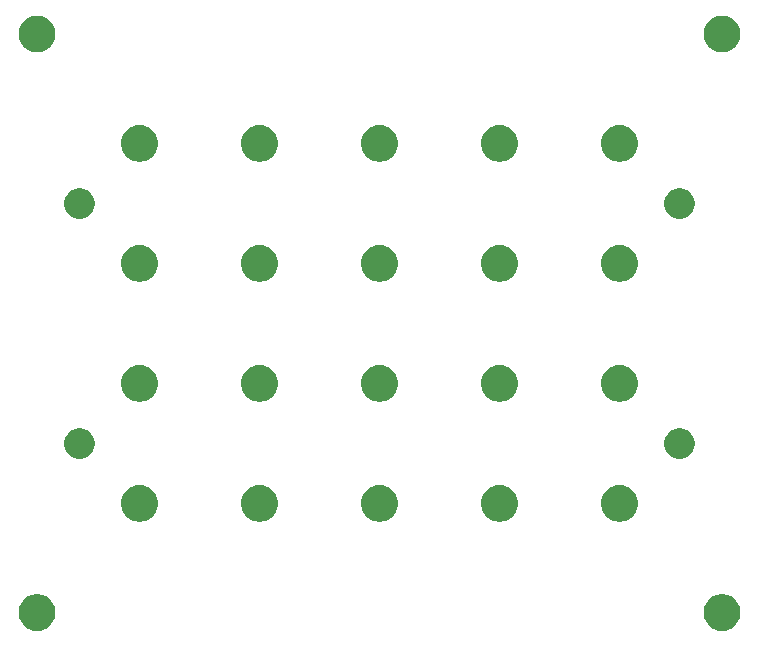
<source format=gbr>
G04 #@! TF.GenerationSoftware,KiCad,Pcbnew,5.1.5-52549c5~86~ubuntu18.04.1*
G04 #@! TF.CreationDate,2020-08-28T16:47:41-05:00*
G04 #@! TF.ProjectId,A04,4130342e-6b69-4636-9164-5f7063625858,rev?*
G04 #@! TF.SameCoordinates,Original*
G04 #@! TF.FileFunction,Soldermask,Top*
G04 #@! TF.FilePolarity,Negative*
%FSLAX46Y46*%
G04 Gerber Fmt 4.6, Leading zero omitted, Abs format (unit mm)*
G04 Created by KiCad (PCBNEW 5.1.5-52549c5~86~ubuntu18.04.1) date 2020-08-28 16:47:41*
%MOMM*%
%LPD*%
G04 APERTURE LIST*
%ADD10C,0.100000*%
G04 APERTURE END LIST*
D10*
G36*
X83592585Y-72188802D02*
G01*
X83742410Y-72218604D01*
X84024674Y-72335521D01*
X84278705Y-72505259D01*
X84494741Y-72721295D01*
X84664479Y-72975326D01*
X84781396Y-73257590D01*
X84841000Y-73557240D01*
X84841000Y-73862760D01*
X84781396Y-74162410D01*
X84664479Y-74444674D01*
X84494741Y-74698705D01*
X84278705Y-74914741D01*
X84024674Y-75084479D01*
X83742410Y-75201396D01*
X83592585Y-75231198D01*
X83442761Y-75261000D01*
X83137239Y-75261000D01*
X82987415Y-75231198D01*
X82837590Y-75201396D01*
X82555326Y-75084479D01*
X82301295Y-74914741D01*
X82085259Y-74698705D01*
X81915521Y-74444674D01*
X81798604Y-74162410D01*
X81739000Y-73862760D01*
X81739000Y-73557240D01*
X81798604Y-73257590D01*
X81915521Y-72975326D01*
X82085259Y-72721295D01*
X82301295Y-72505259D01*
X82555326Y-72335521D01*
X82837590Y-72218604D01*
X82987415Y-72188802D01*
X83137239Y-72159000D01*
X83442761Y-72159000D01*
X83592585Y-72188802D01*
G37*
G36*
X25592585Y-72188802D02*
G01*
X25742410Y-72218604D01*
X26024674Y-72335521D01*
X26278705Y-72505259D01*
X26494741Y-72721295D01*
X26664479Y-72975326D01*
X26781396Y-73257590D01*
X26841000Y-73557240D01*
X26841000Y-73862760D01*
X26781396Y-74162410D01*
X26664479Y-74444674D01*
X26494741Y-74698705D01*
X26278705Y-74914741D01*
X26024674Y-75084479D01*
X25742410Y-75201396D01*
X25592585Y-75231198D01*
X25442761Y-75261000D01*
X25137239Y-75261000D01*
X24987415Y-75231198D01*
X24837590Y-75201396D01*
X24555326Y-75084479D01*
X24301295Y-74914741D01*
X24085259Y-74698705D01*
X23915521Y-74444674D01*
X23798604Y-74162410D01*
X23739000Y-73862760D01*
X23739000Y-73557240D01*
X23798604Y-73257590D01*
X23915521Y-72975326D01*
X24085259Y-72721295D01*
X24301295Y-72505259D01*
X24555326Y-72335521D01*
X24837590Y-72218604D01*
X24987415Y-72188802D01*
X25137239Y-72159000D01*
X25442761Y-72159000D01*
X25592585Y-72188802D01*
G37*
G36*
X74912585Y-62928802D02*
G01*
X75062410Y-62958604D01*
X75344674Y-63075521D01*
X75598705Y-63245259D01*
X75814741Y-63461295D01*
X75984479Y-63715326D01*
X76101396Y-63997590D01*
X76161000Y-64297240D01*
X76161000Y-64602760D01*
X76101396Y-64902410D01*
X75984479Y-65184674D01*
X75814741Y-65438705D01*
X75598705Y-65654741D01*
X75344674Y-65824479D01*
X75062410Y-65941396D01*
X74912585Y-65971198D01*
X74762761Y-66001000D01*
X74457239Y-66001000D01*
X74307415Y-65971198D01*
X74157590Y-65941396D01*
X73875326Y-65824479D01*
X73621295Y-65654741D01*
X73405259Y-65438705D01*
X73235521Y-65184674D01*
X73118604Y-64902410D01*
X73059000Y-64602760D01*
X73059000Y-64297240D01*
X73118604Y-63997590D01*
X73235521Y-63715326D01*
X73405259Y-63461295D01*
X73621295Y-63245259D01*
X73875326Y-63075521D01*
X74157590Y-62958604D01*
X74307415Y-62928802D01*
X74457239Y-62899000D01*
X74762761Y-62899000D01*
X74912585Y-62928802D01*
G37*
G36*
X64752585Y-62928802D02*
G01*
X64902410Y-62958604D01*
X65184674Y-63075521D01*
X65438705Y-63245259D01*
X65654741Y-63461295D01*
X65824479Y-63715326D01*
X65941396Y-63997590D01*
X66001000Y-64297240D01*
X66001000Y-64602760D01*
X65941396Y-64902410D01*
X65824479Y-65184674D01*
X65654741Y-65438705D01*
X65438705Y-65654741D01*
X65184674Y-65824479D01*
X64902410Y-65941396D01*
X64752585Y-65971198D01*
X64602761Y-66001000D01*
X64297239Y-66001000D01*
X64147415Y-65971198D01*
X63997590Y-65941396D01*
X63715326Y-65824479D01*
X63461295Y-65654741D01*
X63245259Y-65438705D01*
X63075521Y-65184674D01*
X62958604Y-64902410D01*
X62899000Y-64602760D01*
X62899000Y-64297240D01*
X62958604Y-63997590D01*
X63075521Y-63715326D01*
X63245259Y-63461295D01*
X63461295Y-63245259D01*
X63715326Y-63075521D01*
X63997590Y-62958604D01*
X64147415Y-62928802D01*
X64297239Y-62899000D01*
X64602761Y-62899000D01*
X64752585Y-62928802D01*
G37*
G36*
X54592585Y-62928802D02*
G01*
X54742410Y-62958604D01*
X55024674Y-63075521D01*
X55278705Y-63245259D01*
X55494741Y-63461295D01*
X55664479Y-63715326D01*
X55781396Y-63997590D01*
X55841000Y-64297240D01*
X55841000Y-64602760D01*
X55781396Y-64902410D01*
X55664479Y-65184674D01*
X55494741Y-65438705D01*
X55278705Y-65654741D01*
X55024674Y-65824479D01*
X54742410Y-65941396D01*
X54592585Y-65971198D01*
X54442761Y-66001000D01*
X54137239Y-66001000D01*
X53987415Y-65971198D01*
X53837590Y-65941396D01*
X53555326Y-65824479D01*
X53301295Y-65654741D01*
X53085259Y-65438705D01*
X52915521Y-65184674D01*
X52798604Y-64902410D01*
X52739000Y-64602760D01*
X52739000Y-64297240D01*
X52798604Y-63997590D01*
X52915521Y-63715326D01*
X53085259Y-63461295D01*
X53301295Y-63245259D01*
X53555326Y-63075521D01*
X53837590Y-62958604D01*
X53987415Y-62928802D01*
X54137239Y-62899000D01*
X54442761Y-62899000D01*
X54592585Y-62928802D01*
G37*
G36*
X44432585Y-62928802D02*
G01*
X44582410Y-62958604D01*
X44864674Y-63075521D01*
X45118705Y-63245259D01*
X45334741Y-63461295D01*
X45504479Y-63715326D01*
X45621396Y-63997590D01*
X45681000Y-64297240D01*
X45681000Y-64602760D01*
X45621396Y-64902410D01*
X45504479Y-65184674D01*
X45334741Y-65438705D01*
X45118705Y-65654741D01*
X44864674Y-65824479D01*
X44582410Y-65941396D01*
X44432585Y-65971198D01*
X44282761Y-66001000D01*
X43977239Y-66001000D01*
X43827415Y-65971198D01*
X43677590Y-65941396D01*
X43395326Y-65824479D01*
X43141295Y-65654741D01*
X42925259Y-65438705D01*
X42755521Y-65184674D01*
X42638604Y-64902410D01*
X42579000Y-64602760D01*
X42579000Y-64297240D01*
X42638604Y-63997590D01*
X42755521Y-63715326D01*
X42925259Y-63461295D01*
X43141295Y-63245259D01*
X43395326Y-63075521D01*
X43677590Y-62958604D01*
X43827415Y-62928802D01*
X43977239Y-62899000D01*
X44282761Y-62899000D01*
X44432585Y-62928802D01*
G37*
G36*
X34272585Y-62928802D02*
G01*
X34422410Y-62958604D01*
X34704674Y-63075521D01*
X34958705Y-63245259D01*
X35174741Y-63461295D01*
X35344479Y-63715326D01*
X35461396Y-63997590D01*
X35521000Y-64297240D01*
X35521000Y-64602760D01*
X35461396Y-64902410D01*
X35344479Y-65184674D01*
X35174741Y-65438705D01*
X34958705Y-65654741D01*
X34704674Y-65824479D01*
X34422410Y-65941396D01*
X34272585Y-65971198D01*
X34122761Y-66001000D01*
X33817239Y-66001000D01*
X33667415Y-65971198D01*
X33517590Y-65941396D01*
X33235326Y-65824479D01*
X32981295Y-65654741D01*
X32765259Y-65438705D01*
X32595521Y-65184674D01*
X32478604Y-64902410D01*
X32419000Y-64602760D01*
X32419000Y-64297240D01*
X32478604Y-63997590D01*
X32595521Y-63715326D01*
X32765259Y-63461295D01*
X32981295Y-63245259D01*
X33235326Y-63075521D01*
X33517590Y-62958604D01*
X33667415Y-62928802D01*
X33817239Y-62899000D01*
X34122761Y-62899000D01*
X34272585Y-62928802D01*
G37*
G36*
X29269393Y-58119304D02*
G01*
X29506101Y-58217352D01*
X29506103Y-58217353D01*
X29719135Y-58359696D01*
X29900304Y-58540865D01*
X30042647Y-58753897D01*
X30042648Y-58753899D01*
X30140696Y-58990607D01*
X30190680Y-59241893D01*
X30190680Y-59498107D01*
X30140696Y-59749393D01*
X30042648Y-59986101D01*
X30042647Y-59986103D01*
X29900304Y-60199135D01*
X29719135Y-60380304D01*
X29506103Y-60522647D01*
X29506102Y-60522648D01*
X29506101Y-60522648D01*
X29269393Y-60620696D01*
X29018107Y-60670680D01*
X28761893Y-60670680D01*
X28510607Y-60620696D01*
X28273899Y-60522648D01*
X28273898Y-60522648D01*
X28273897Y-60522647D01*
X28060865Y-60380304D01*
X27879696Y-60199135D01*
X27737353Y-59986103D01*
X27737352Y-59986101D01*
X27639304Y-59749393D01*
X27589320Y-59498107D01*
X27589320Y-59241893D01*
X27639304Y-58990607D01*
X27737352Y-58753899D01*
X27737353Y-58753897D01*
X27879696Y-58540865D01*
X28060865Y-58359696D01*
X28273897Y-58217353D01*
X28273899Y-58217352D01*
X28510607Y-58119304D01*
X28761893Y-58069320D01*
X29018107Y-58069320D01*
X29269393Y-58119304D01*
G37*
G36*
X80069393Y-58119304D02*
G01*
X80306101Y-58217352D01*
X80306103Y-58217353D01*
X80519135Y-58359696D01*
X80700304Y-58540865D01*
X80842647Y-58753897D01*
X80842648Y-58753899D01*
X80940696Y-58990607D01*
X80990680Y-59241893D01*
X80990680Y-59498107D01*
X80940696Y-59749393D01*
X80842648Y-59986101D01*
X80842647Y-59986103D01*
X80700304Y-60199135D01*
X80519135Y-60380304D01*
X80306103Y-60522647D01*
X80306102Y-60522648D01*
X80306101Y-60522648D01*
X80069393Y-60620696D01*
X79818107Y-60670680D01*
X79561893Y-60670680D01*
X79310607Y-60620696D01*
X79073899Y-60522648D01*
X79073898Y-60522648D01*
X79073897Y-60522647D01*
X78860865Y-60380304D01*
X78679696Y-60199135D01*
X78537353Y-59986103D01*
X78537352Y-59986101D01*
X78439304Y-59749393D01*
X78389320Y-59498107D01*
X78389320Y-59241893D01*
X78439304Y-58990607D01*
X78537352Y-58753899D01*
X78537353Y-58753897D01*
X78679696Y-58540865D01*
X78860865Y-58359696D01*
X79073897Y-58217353D01*
X79073899Y-58217352D01*
X79310607Y-58119304D01*
X79561893Y-58069320D01*
X79818107Y-58069320D01*
X80069393Y-58119304D01*
G37*
G36*
X64752585Y-52768802D02*
G01*
X64902410Y-52798604D01*
X65184674Y-52915521D01*
X65438705Y-53085259D01*
X65654741Y-53301295D01*
X65824479Y-53555326D01*
X65941396Y-53837590D01*
X66001000Y-54137240D01*
X66001000Y-54442760D01*
X65941396Y-54742410D01*
X65824479Y-55024674D01*
X65654741Y-55278705D01*
X65438705Y-55494741D01*
X65184674Y-55664479D01*
X64902410Y-55781396D01*
X64752585Y-55811198D01*
X64602761Y-55841000D01*
X64297239Y-55841000D01*
X64147415Y-55811198D01*
X63997590Y-55781396D01*
X63715326Y-55664479D01*
X63461295Y-55494741D01*
X63245259Y-55278705D01*
X63075521Y-55024674D01*
X62958604Y-54742410D01*
X62899000Y-54442760D01*
X62899000Y-54137240D01*
X62958604Y-53837590D01*
X63075521Y-53555326D01*
X63245259Y-53301295D01*
X63461295Y-53085259D01*
X63715326Y-52915521D01*
X63997590Y-52798604D01*
X64147415Y-52768802D01*
X64297239Y-52739000D01*
X64602761Y-52739000D01*
X64752585Y-52768802D01*
G37*
G36*
X44432585Y-52768802D02*
G01*
X44582410Y-52798604D01*
X44864674Y-52915521D01*
X45118705Y-53085259D01*
X45334741Y-53301295D01*
X45504479Y-53555326D01*
X45621396Y-53837590D01*
X45681000Y-54137240D01*
X45681000Y-54442760D01*
X45621396Y-54742410D01*
X45504479Y-55024674D01*
X45334741Y-55278705D01*
X45118705Y-55494741D01*
X44864674Y-55664479D01*
X44582410Y-55781396D01*
X44432585Y-55811198D01*
X44282761Y-55841000D01*
X43977239Y-55841000D01*
X43827415Y-55811198D01*
X43677590Y-55781396D01*
X43395326Y-55664479D01*
X43141295Y-55494741D01*
X42925259Y-55278705D01*
X42755521Y-55024674D01*
X42638604Y-54742410D01*
X42579000Y-54442760D01*
X42579000Y-54137240D01*
X42638604Y-53837590D01*
X42755521Y-53555326D01*
X42925259Y-53301295D01*
X43141295Y-53085259D01*
X43395326Y-52915521D01*
X43677590Y-52798604D01*
X43827415Y-52768802D01*
X43977239Y-52739000D01*
X44282761Y-52739000D01*
X44432585Y-52768802D01*
G37*
G36*
X34272585Y-52768802D02*
G01*
X34422410Y-52798604D01*
X34704674Y-52915521D01*
X34958705Y-53085259D01*
X35174741Y-53301295D01*
X35344479Y-53555326D01*
X35461396Y-53837590D01*
X35521000Y-54137240D01*
X35521000Y-54442760D01*
X35461396Y-54742410D01*
X35344479Y-55024674D01*
X35174741Y-55278705D01*
X34958705Y-55494741D01*
X34704674Y-55664479D01*
X34422410Y-55781396D01*
X34272585Y-55811198D01*
X34122761Y-55841000D01*
X33817239Y-55841000D01*
X33667415Y-55811198D01*
X33517590Y-55781396D01*
X33235326Y-55664479D01*
X32981295Y-55494741D01*
X32765259Y-55278705D01*
X32595521Y-55024674D01*
X32478604Y-54742410D01*
X32419000Y-54442760D01*
X32419000Y-54137240D01*
X32478604Y-53837590D01*
X32595521Y-53555326D01*
X32765259Y-53301295D01*
X32981295Y-53085259D01*
X33235326Y-52915521D01*
X33517590Y-52798604D01*
X33667415Y-52768802D01*
X33817239Y-52739000D01*
X34122761Y-52739000D01*
X34272585Y-52768802D01*
G37*
G36*
X54592585Y-52768802D02*
G01*
X54742410Y-52798604D01*
X55024674Y-52915521D01*
X55278705Y-53085259D01*
X55494741Y-53301295D01*
X55664479Y-53555326D01*
X55781396Y-53837590D01*
X55841000Y-54137240D01*
X55841000Y-54442760D01*
X55781396Y-54742410D01*
X55664479Y-55024674D01*
X55494741Y-55278705D01*
X55278705Y-55494741D01*
X55024674Y-55664479D01*
X54742410Y-55781396D01*
X54592585Y-55811198D01*
X54442761Y-55841000D01*
X54137239Y-55841000D01*
X53987415Y-55811198D01*
X53837590Y-55781396D01*
X53555326Y-55664479D01*
X53301295Y-55494741D01*
X53085259Y-55278705D01*
X52915521Y-55024674D01*
X52798604Y-54742410D01*
X52739000Y-54442760D01*
X52739000Y-54137240D01*
X52798604Y-53837590D01*
X52915521Y-53555326D01*
X53085259Y-53301295D01*
X53301295Y-53085259D01*
X53555326Y-52915521D01*
X53837590Y-52798604D01*
X53987415Y-52768802D01*
X54137239Y-52739000D01*
X54442761Y-52739000D01*
X54592585Y-52768802D01*
G37*
G36*
X74912585Y-52768802D02*
G01*
X75062410Y-52798604D01*
X75344674Y-52915521D01*
X75598705Y-53085259D01*
X75814741Y-53301295D01*
X75984479Y-53555326D01*
X76101396Y-53837590D01*
X76161000Y-54137240D01*
X76161000Y-54442760D01*
X76101396Y-54742410D01*
X75984479Y-55024674D01*
X75814741Y-55278705D01*
X75598705Y-55494741D01*
X75344674Y-55664479D01*
X75062410Y-55781396D01*
X74912585Y-55811198D01*
X74762761Y-55841000D01*
X74457239Y-55841000D01*
X74307415Y-55811198D01*
X74157590Y-55781396D01*
X73875326Y-55664479D01*
X73621295Y-55494741D01*
X73405259Y-55278705D01*
X73235521Y-55024674D01*
X73118604Y-54742410D01*
X73059000Y-54442760D01*
X73059000Y-54137240D01*
X73118604Y-53837590D01*
X73235521Y-53555326D01*
X73405259Y-53301295D01*
X73621295Y-53085259D01*
X73875326Y-52915521D01*
X74157590Y-52798604D01*
X74307415Y-52768802D01*
X74457239Y-52739000D01*
X74762761Y-52739000D01*
X74912585Y-52768802D01*
G37*
G36*
X44432585Y-42608802D02*
G01*
X44582410Y-42638604D01*
X44864674Y-42755521D01*
X45118705Y-42925259D01*
X45334741Y-43141295D01*
X45504479Y-43395326D01*
X45621396Y-43677590D01*
X45681000Y-43977240D01*
X45681000Y-44282760D01*
X45621396Y-44582410D01*
X45504479Y-44864674D01*
X45334741Y-45118705D01*
X45118705Y-45334741D01*
X44864674Y-45504479D01*
X44582410Y-45621396D01*
X44432585Y-45651198D01*
X44282761Y-45681000D01*
X43977239Y-45681000D01*
X43827415Y-45651198D01*
X43677590Y-45621396D01*
X43395326Y-45504479D01*
X43141295Y-45334741D01*
X42925259Y-45118705D01*
X42755521Y-44864674D01*
X42638604Y-44582410D01*
X42579000Y-44282760D01*
X42579000Y-43977240D01*
X42638604Y-43677590D01*
X42755521Y-43395326D01*
X42925259Y-43141295D01*
X43141295Y-42925259D01*
X43395326Y-42755521D01*
X43677590Y-42638604D01*
X43827415Y-42608802D01*
X43977239Y-42579000D01*
X44282761Y-42579000D01*
X44432585Y-42608802D01*
G37*
G36*
X34272585Y-42608802D02*
G01*
X34422410Y-42638604D01*
X34704674Y-42755521D01*
X34958705Y-42925259D01*
X35174741Y-43141295D01*
X35344479Y-43395326D01*
X35461396Y-43677590D01*
X35521000Y-43977240D01*
X35521000Y-44282760D01*
X35461396Y-44582410D01*
X35344479Y-44864674D01*
X35174741Y-45118705D01*
X34958705Y-45334741D01*
X34704674Y-45504479D01*
X34422410Y-45621396D01*
X34272585Y-45651198D01*
X34122761Y-45681000D01*
X33817239Y-45681000D01*
X33667415Y-45651198D01*
X33517590Y-45621396D01*
X33235326Y-45504479D01*
X32981295Y-45334741D01*
X32765259Y-45118705D01*
X32595521Y-44864674D01*
X32478604Y-44582410D01*
X32419000Y-44282760D01*
X32419000Y-43977240D01*
X32478604Y-43677590D01*
X32595521Y-43395326D01*
X32765259Y-43141295D01*
X32981295Y-42925259D01*
X33235326Y-42755521D01*
X33517590Y-42638604D01*
X33667415Y-42608802D01*
X33817239Y-42579000D01*
X34122761Y-42579000D01*
X34272585Y-42608802D01*
G37*
G36*
X54592585Y-42608802D02*
G01*
X54742410Y-42638604D01*
X55024674Y-42755521D01*
X55278705Y-42925259D01*
X55494741Y-43141295D01*
X55664479Y-43395326D01*
X55781396Y-43677590D01*
X55841000Y-43977240D01*
X55841000Y-44282760D01*
X55781396Y-44582410D01*
X55664479Y-44864674D01*
X55494741Y-45118705D01*
X55278705Y-45334741D01*
X55024674Y-45504479D01*
X54742410Y-45621396D01*
X54592585Y-45651198D01*
X54442761Y-45681000D01*
X54137239Y-45681000D01*
X53987415Y-45651198D01*
X53837590Y-45621396D01*
X53555326Y-45504479D01*
X53301295Y-45334741D01*
X53085259Y-45118705D01*
X52915521Y-44864674D01*
X52798604Y-44582410D01*
X52739000Y-44282760D01*
X52739000Y-43977240D01*
X52798604Y-43677590D01*
X52915521Y-43395326D01*
X53085259Y-43141295D01*
X53301295Y-42925259D01*
X53555326Y-42755521D01*
X53837590Y-42638604D01*
X53987415Y-42608802D01*
X54137239Y-42579000D01*
X54442761Y-42579000D01*
X54592585Y-42608802D01*
G37*
G36*
X64752585Y-42608802D02*
G01*
X64902410Y-42638604D01*
X65184674Y-42755521D01*
X65438705Y-42925259D01*
X65654741Y-43141295D01*
X65824479Y-43395326D01*
X65941396Y-43677590D01*
X66001000Y-43977240D01*
X66001000Y-44282760D01*
X65941396Y-44582410D01*
X65824479Y-44864674D01*
X65654741Y-45118705D01*
X65438705Y-45334741D01*
X65184674Y-45504479D01*
X64902410Y-45621396D01*
X64752585Y-45651198D01*
X64602761Y-45681000D01*
X64297239Y-45681000D01*
X64147415Y-45651198D01*
X63997590Y-45621396D01*
X63715326Y-45504479D01*
X63461295Y-45334741D01*
X63245259Y-45118705D01*
X63075521Y-44864674D01*
X62958604Y-44582410D01*
X62899000Y-44282760D01*
X62899000Y-43977240D01*
X62958604Y-43677590D01*
X63075521Y-43395326D01*
X63245259Y-43141295D01*
X63461295Y-42925259D01*
X63715326Y-42755521D01*
X63997590Y-42638604D01*
X64147415Y-42608802D01*
X64297239Y-42579000D01*
X64602761Y-42579000D01*
X64752585Y-42608802D01*
G37*
G36*
X74912585Y-42608802D02*
G01*
X75062410Y-42638604D01*
X75344674Y-42755521D01*
X75598705Y-42925259D01*
X75814741Y-43141295D01*
X75984479Y-43395326D01*
X76101396Y-43677590D01*
X76161000Y-43977240D01*
X76161000Y-44282760D01*
X76101396Y-44582410D01*
X75984479Y-44864674D01*
X75814741Y-45118705D01*
X75598705Y-45334741D01*
X75344674Y-45504479D01*
X75062410Y-45621396D01*
X74912585Y-45651198D01*
X74762761Y-45681000D01*
X74457239Y-45681000D01*
X74307415Y-45651198D01*
X74157590Y-45621396D01*
X73875326Y-45504479D01*
X73621295Y-45334741D01*
X73405259Y-45118705D01*
X73235521Y-44864674D01*
X73118604Y-44582410D01*
X73059000Y-44282760D01*
X73059000Y-43977240D01*
X73118604Y-43677590D01*
X73235521Y-43395326D01*
X73405259Y-43141295D01*
X73621295Y-42925259D01*
X73875326Y-42755521D01*
X74157590Y-42638604D01*
X74307415Y-42608802D01*
X74457239Y-42579000D01*
X74762761Y-42579000D01*
X74912585Y-42608802D01*
G37*
G36*
X29269393Y-37799304D02*
G01*
X29506101Y-37897352D01*
X29506103Y-37897353D01*
X29719135Y-38039696D01*
X29900304Y-38220865D01*
X30042647Y-38433897D01*
X30042648Y-38433899D01*
X30140696Y-38670607D01*
X30190680Y-38921893D01*
X30190680Y-39178107D01*
X30140696Y-39429393D01*
X30042648Y-39666101D01*
X30042647Y-39666103D01*
X29900304Y-39879135D01*
X29719135Y-40060304D01*
X29506103Y-40202647D01*
X29506102Y-40202648D01*
X29506101Y-40202648D01*
X29269393Y-40300696D01*
X29018107Y-40350680D01*
X28761893Y-40350680D01*
X28510607Y-40300696D01*
X28273899Y-40202648D01*
X28273898Y-40202648D01*
X28273897Y-40202647D01*
X28060865Y-40060304D01*
X27879696Y-39879135D01*
X27737353Y-39666103D01*
X27737352Y-39666101D01*
X27639304Y-39429393D01*
X27589320Y-39178107D01*
X27589320Y-38921893D01*
X27639304Y-38670607D01*
X27737352Y-38433899D01*
X27737353Y-38433897D01*
X27879696Y-38220865D01*
X28060865Y-38039696D01*
X28273897Y-37897353D01*
X28273899Y-37897352D01*
X28510607Y-37799304D01*
X28761893Y-37749320D01*
X29018107Y-37749320D01*
X29269393Y-37799304D01*
G37*
G36*
X80069393Y-37799304D02*
G01*
X80306101Y-37897352D01*
X80306103Y-37897353D01*
X80519135Y-38039696D01*
X80700304Y-38220865D01*
X80842647Y-38433897D01*
X80842648Y-38433899D01*
X80940696Y-38670607D01*
X80990680Y-38921893D01*
X80990680Y-39178107D01*
X80940696Y-39429393D01*
X80842648Y-39666101D01*
X80842647Y-39666103D01*
X80700304Y-39879135D01*
X80519135Y-40060304D01*
X80306103Y-40202647D01*
X80306102Y-40202648D01*
X80306101Y-40202648D01*
X80069393Y-40300696D01*
X79818107Y-40350680D01*
X79561893Y-40350680D01*
X79310607Y-40300696D01*
X79073899Y-40202648D01*
X79073898Y-40202648D01*
X79073897Y-40202647D01*
X78860865Y-40060304D01*
X78679696Y-39879135D01*
X78537353Y-39666103D01*
X78537352Y-39666101D01*
X78439304Y-39429393D01*
X78389320Y-39178107D01*
X78389320Y-38921893D01*
X78439304Y-38670607D01*
X78537352Y-38433899D01*
X78537353Y-38433897D01*
X78679696Y-38220865D01*
X78860865Y-38039696D01*
X79073897Y-37897353D01*
X79073899Y-37897352D01*
X79310607Y-37799304D01*
X79561893Y-37749320D01*
X79818107Y-37749320D01*
X80069393Y-37799304D01*
G37*
G36*
X64752585Y-32448802D02*
G01*
X64902410Y-32478604D01*
X65184674Y-32595521D01*
X65438705Y-32765259D01*
X65654741Y-32981295D01*
X65824479Y-33235326D01*
X65941396Y-33517590D01*
X66001000Y-33817240D01*
X66001000Y-34122760D01*
X65941396Y-34422410D01*
X65824479Y-34704674D01*
X65654741Y-34958705D01*
X65438705Y-35174741D01*
X65184674Y-35344479D01*
X64902410Y-35461396D01*
X64752585Y-35491198D01*
X64602761Y-35521000D01*
X64297239Y-35521000D01*
X64147415Y-35491198D01*
X63997590Y-35461396D01*
X63715326Y-35344479D01*
X63461295Y-35174741D01*
X63245259Y-34958705D01*
X63075521Y-34704674D01*
X62958604Y-34422410D01*
X62899000Y-34122760D01*
X62899000Y-33817240D01*
X62958604Y-33517590D01*
X63075521Y-33235326D01*
X63245259Y-32981295D01*
X63461295Y-32765259D01*
X63715326Y-32595521D01*
X63997590Y-32478604D01*
X64147415Y-32448802D01*
X64297239Y-32419000D01*
X64602761Y-32419000D01*
X64752585Y-32448802D01*
G37*
G36*
X34272585Y-32448802D02*
G01*
X34422410Y-32478604D01*
X34704674Y-32595521D01*
X34958705Y-32765259D01*
X35174741Y-32981295D01*
X35344479Y-33235326D01*
X35461396Y-33517590D01*
X35521000Y-33817240D01*
X35521000Y-34122760D01*
X35461396Y-34422410D01*
X35344479Y-34704674D01*
X35174741Y-34958705D01*
X34958705Y-35174741D01*
X34704674Y-35344479D01*
X34422410Y-35461396D01*
X34272585Y-35491198D01*
X34122761Y-35521000D01*
X33817239Y-35521000D01*
X33667415Y-35491198D01*
X33517590Y-35461396D01*
X33235326Y-35344479D01*
X32981295Y-35174741D01*
X32765259Y-34958705D01*
X32595521Y-34704674D01*
X32478604Y-34422410D01*
X32419000Y-34122760D01*
X32419000Y-33817240D01*
X32478604Y-33517590D01*
X32595521Y-33235326D01*
X32765259Y-32981295D01*
X32981295Y-32765259D01*
X33235326Y-32595521D01*
X33517590Y-32478604D01*
X33667415Y-32448802D01*
X33817239Y-32419000D01*
X34122761Y-32419000D01*
X34272585Y-32448802D01*
G37*
G36*
X44432585Y-32448802D02*
G01*
X44582410Y-32478604D01*
X44864674Y-32595521D01*
X45118705Y-32765259D01*
X45334741Y-32981295D01*
X45504479Y-33235326D01*
X45621396Y-33517590D01*
X45681000Y-33817240D01*
X45681000Y-34122760D01*
X45621396Y-34422410D01*
X45504479Y-34704674D01*
X45334741Y-34958705D01*
X45118705Y-35174741D01*
X44864674Y-35344479D01*
X44582410Y-35461396D01*
X44432585Y-35491198D01*
X44282761Y-35521000D01*
X43977239Y-35521000D01*
X43827415Y-35491198D01*
X43677590Y-35461396D01*
X43395326Y-35344479D01*
X43141295Y-35174741D01*
X42925259Y-34958705D01*
X42755521Y-34704674D01*
X42638604Y-34422410D01*
X42579000Y-34122760D01*
X42579000Y-33817240D01*
X42638604Y-33517590D01*
X42755521Y-33235326D01*
X42925259Y-32981295D01*
X43141295Y-32765259D01*
X43395326Y-32595521D01*
X43677590Y-32478604D01*
X43827415Y-32448802D01*
X43977239Y-32419000D01*
X44282761Y-32419000D01*
X44432585Y-32448802D01*
G37*
G36*
X54592585Y-32448802D02*
G01*
X54742410Y-32478604D01*
X55024674Y-32595521D01*
X55278705Y-32765259D01*
X55494741Y-32981295D01*
X55664479Y-33235326D01*
X55781396Y-33517590D01*
X55841000Y-33817240D01*
X55841000Y-34122760D01*
X55781396Y-34422410D01*
X55664479Y-34704674D01*
X55494741Y-34958705D01*
X55278705Y-35174741D01*
X55024674Y-35344479D01*
X54742410Y-35461396D01*
X54592585Y-35491198D01*
X54442761Y-35521000D01*
X54137239Y-35521000D01*
X53987415Y-35491198D01*
X53837590Y-35461396D01*
X53555326Y-35344479D01*
X53301295Y-35174741D01*
X53085259Y-34958705D01*
X52915521Y-34704674D01*
X52798604Y-34422410D01*
X52739000Y-34122760D01*
X52739000Y-33817240D01*
X52798604Y-33517590D01*
X52915521Y-33235326D01*
X53085259Y-32981295D01*
X53301295Y-32765259D01*
X53555326Y-32595521D01*
X53837590Y-32478604D01*
X53987415Y-32448802D01*
X54137239Y-32419000D01*
X54442761Y-32419000D01*
X54592585Y-32448802D01*
G37*
G36*
X74912585Y-32448802D02*
G01*
X75062410Y-32478604D01*
X75344674Y-32595521D01*
X75598705Y-32765259D01*
X75814741Y-32981295D01*
X75984479Y-33235326D01*
X76101396Y-33517590D01*
X76161000Y-33817240D01*
X76161000Y-34122760D01*
X76101396Y-34422410D01*
X75984479Y-34704674D01*
X75814741Y-34958705D01*
X75598705Y-35174741D01*
X75344674Y-35344479D01*
X75062410Y-35461396D01*
X74912585Y-35491198D01*
X74762761Y-35521000D01*
X74457239Y-35521000D01*
X74307415Y-35491198D01*
X74157590Y-35461396D01*
X73875326Y-35344479D01*
X73621295Y-35174741D01*
X73405259Y-34958705D01*
X73235521Y-34704674D01*
X73118604Y-34422410D01*
X73059000Y-34122760D01*
X73059000Y-33817240D01*
X73118604Y-33517590D01*
X73235521Y-33235326D01*
X73405259Y-32981295D01*
X73621295Y-32765259D01*
X73875326Y-32595521D01*
X74157590Y-32478604D01*
X74307415Y-32448802D01*
X74457239Y-32419000D01*
X74762761Y-32419000D01*
X74912585Y-32448802D01*
G37*
G36*
X83592585Y-23188802D02*
G01*
X83742410Y-23218604D01*
X84024674Y-23335521D01*
X84278705Y-23505259D01*
X84494741Y-23721295D01*
X84664479Y-23975326D01*
X84781396Y-24257590D01*
X84841000Y-24557240D01*
X84841000Y-24862760D01*
X84781396Y-25162410D01*
X84664479Y-25444674D01*
X84494741Y-25698705D01*
X84278705Y-25914741D01*
X84024674Y-26084479D01*
X83742410Y-26201396D01*
X83592585Y-26231198D01*
X83442761Y-26261000D01*
X83137239Y-26261000D01*
X82987415Y-26231198D01*
X82837590Y-26201396D01*
X82555326Y-26084479D01*
X82301295Y-25914741D01*
X82085259Y-25698705D01*
X81915521Y-25444674D01*
X81798604Y-25162410D01*
X81739000Y-24862760D01*
X81739000Y-24557240D01*
X81798604Y-24257590D01*
X81915521Y-23975326D01*
X82085259Y-23721295D01*
X82301295Y-23505259D01*
X82555326Y-23335521D01*
X82837590Y-23218604D01*
X82987415Y-23188802D01*
X83137239Y-23159000D01*
X83442761Y-23159000D01*
X83592585Y-23188802D01*
G37*
G36*
X25592585Y-23188802D02*
G01*
X25742410Y-23218604D01*
X26024674Y-23335521D01*
X26278705Y-23505259D01*
X26494741Y-23721295D01*
X26664479Y-23975326D01*
X26781396Y-24257590D01*
X26841000Y-24557240D01*
X26841000Y-24862760D01*
X26781396Y-25162410D01*
X26664479Y-25444674D01*
X26494741Y-25698705D01*
X26278705Y-25914741D01*
X26024674Y-26084479D01*
X25742410Y-26201396D01*
X25592585Y-26231198D01*
X25442761Y-26261000D01*
X25137239Y-26261000D01*
X24987415Y-26231198D01*
X24837590Y-26201396D01*
X24555326Y-26084479D01*
X24301295Y-25914741D01*
X24085259Y-25698705D01*
X23915521Y-25444674D01*
X23798604Y-25162410D01*
X23739000Y-24862760D01*
X23739000Y-24557240D01*
X23798604Y-24257590D01*
X23915521Y-23975326D01*
X24085259Y-23721295D01*
X24301295Y-23505259D01*
X24555326Y-23335521D01*
X24837590Y-23218604D01*
X24987415Y-23188802D01*
X25137239Y-23159000D01*
X25442761Y-23159000D01*
X25592585Y-23188802D01*
G37*
M02*

</source>
